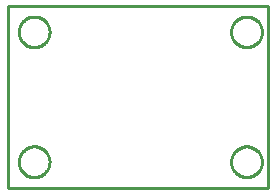
<source format=gbr>
G04 EAGLE Gerber RS-274X export*
G75*
%MOMM*%
%FSLAX34Y34*%
%LPD*%
%IN*%
%IPPOS*%
%AMOC8*
5,1,8,0,0,1.08239X$1,22.5*%
G01*
%ADD10C,0.254000*%


D10*
X0Y0D02*
X219964Y0D01*
X219964Y153924D01*
X0Y153924D01*
X0Y0D01*
X35098Y131616D02*
X35032Y130689D01*
X34900Y129770D01*
X34702Y128863D01*
X34441Y127972D01*
X34116Y127102D01*
X33730Y126257D01*
X33285Y125442D01*
X32783Y124661D01*
X32227Y123918D01*
X31619Y123216D01*
X30962Y122559D01*
X30260Y121951D01*
X29517Y121395D01*
X28736Y120893D01*
X27921Y120448D01*
X27076Y120062D01*
X26206Y119737D01*
X25315Y119476D01*
X24408Y119278D01*
X23489Y119146D01*
X22562Y119080D01*
X21634Y119080D01*
X20707Y119146D01*
X19788Y119278D01*
X18881Y119476D01*
X17990Y119737D01*
X17120Y120062D01*
X16275Y120448D01*
X15460Y120893D01*
X14679Y121395D01*
X13936Y121951D01*
X13234Y122559D01*
X12577Y123216D01*
X11969Y123918D01*
X11413Y124661D01*
X10911Y125442D01*
X10466Y126257D01*
X10080Y127102D01*
X9755Y127972D01*
X9494Y128863D01*
X9296Y129770D01*
X9164Y130689D01*
X9098Y131616D01*
X9098Y132544D01*
X9164Y133471D01*
X9296Y134390D01*
X9494Y135297D01*
X9755Y136188D01*
X10080Y137058D01*
X10466Y137903D01*
X10911Y138718D01*
X11413Y139499D01*
X11969Y140242D01*
X12577Y140944D01*
X13234Y141601D01*
X13936Y142209D01*
X14679Y142765D01*
X15460Y143267D01*
X16275Y143712D01*
X17120Y144098D01*
X17990Y144423D01*
X18881Y144684D01*
X19788Y144882D01*
X20707Y145014D01*
X21634Y145080D01*
X22562Y145080D01*
X23489Y145014D01*
X24408Y144882D01*
X25315Y144684D01*
X26206Y144423D01*
X27076Y144098D01*
X27921Y143712D01*
X28736Y143267D01*
X29517Y142765D01*
X30260Y142209D01*
X30962Y141601D01*
X31619Y140944D01*
X32227Y140242D01*
X32783Y139499D01*
X33285Y138718D01*
X33730Y137903D01*
X34116Y137058D01*
X34441Y136188D01*
X34702Y135297D01*
X34900Y134390D01*
X35032Y133471D01*
X35098Y132544D01*
X35098Y131616D01*
X35098Y21634D02*
X35032Y20707D01*
X34900Y19788D01*
X34702Y18881D01*
X34441Y17990D01*
X34116Y17120D01*
X33730Y16275D01*
X33285Y15460D01*
X32783Y14679D01*
X32227Y13936D01*
X31619Y13234D01*
X30962Y12577D01*
X30260Y11969D01*
X29517Y11413D01*
X28736Y10911D01*
X27921Y10466D01*
X27076Y10080D01*
X26206Y9755D01*
X25315Y9494D01*
X24408Y9296D01*
X23489Y9164D01*
X22562Y9098D01*
X21634Y9098D01*
X20707Y9164D01*
X19788Y9296D01*
X18881Y9494D01*
X17990Y9755D01*
X17120Y10080D01*
X16275Y10466D01*
X15460Y10911D01*
X14679Y11413D01*
X13936Y11969D01*
X13234Y12577D01*
X12577Y13234D01*
X11969Y13936D01*
X11413Y14679D01*
X10911Y15460D01*
X10466Y16275D01*
X10080Y17120D01*
X9755Y17990D01*
X9494Y18881D01*
X9296Y19788D01*
X9164Y20707D01*
X9098Y21634D01*
X9098Y22562D01*
X9164Y23489D01*
X9296Y24408D01*
X9494Y25315D01*
X9755Y26206D01*
X10080Y27076D01*
X10466Y27921D01*
X10911Y28736D01*
X11413Y29517D01*
X11969Y30260D01*
X12577Y30962D01*
X13234Y31619D01*
X13936Y32227D01*
X14679Y32783D01*
X15460Y33285D01*
X16275Y33730D01*
X17120Y34116D01*
X17990Y34441D01*
X18881Y34702D01*
X19788Y34900D01*
X20707Y35032D01*
X21634Y35098D01*
X22562Y35098D01*
X23489Y35032D01*
X24408Y34900D01*
X25315Y34702D01*
X26206Y34441D01*
X27076Y34116D01*
X27921Y33730D01*
X28736Y33285D01*
X29517Y32783D01*
X30260Y32227D01*
X30962Y31619D01*
X31619Y30962D01*
X32227Y30260D01*
X32783Y29517D01*
X33285Y28736D01*
X33730Y27921D01*
X34116Y27076D01*
X34441Y26206D01*
X34702Y25315D01*
X34900Y24408D01*
X35032Y23489D01*
X35098Y22562D01*
X35098Y21634D01*
X214930Y21634D02*
X214864Y20707D01*
X214732Y19788D01*
X214534Y18881D01*
X214273Y17990D01*
X213948Y17120D01*
X213562Y16275D01*
X213117Y15460D01*
X212615Y14679D01*
X212059Y13936D01*
X211451Y13234D01*
X210794Y12577D01*
X210092Y11969D01*
X209349Y11413D01*
X208568Y10911D01*
X207753Y10466D01*
X206908Y10080D01*
X206038Y9755D01*
X205147Y9494D01*
X204240Y9296D01*
X203321Y9164D01*
X202394Y9098D01*
X201466Y9098D01*
X200539Y9164D01*
X199620Y9296D01*
X198713Y9494D01*
X197822Y9755D01*
X196952Y10080D01*
X196107Y10466D01*
X195292Y10911D01*
X194511Y11413D01*
X193768Y11969D01*
X193066Y12577D01*
X192409Y13234D01*
X191801Y13936D01*
X191245Y14679D01*
X190743Y15460D01*
X190298Y16275D01*
X189912Y17120D01*
X189587Y17990D01*
X189326Y18881D01*
X189128Y19788D01*
X188996Y20707D01*
X188930Y21634D01*
X188930Y22562D01*
X188996Y23489D01*
X189128Y24408D01*
X189326Y25315D01*
X189587Y26206D01*
X189912Y27076D01*
X190298Y27921D01*
X190743Y28736D01*
X191245Y29517D01*
X191801Y30260D01*
X192409Y30962D01*
X193066Y31619D01*
X193768Y32227D01*
X194511Y32783D01*
X195292Y33285D01*
X196107Y33730D01*
X196952Y34116D01*
X197822Y34441D01*
X198713Y34702D01*
X199620Y34900D01*
X200539Y35032D01*
X201466Y35098D01*
X202394Y35098D01*
X203321Y35032D01*
X204240Y34900D01*
X205147Y34702D01*
X206038Y34441D01*
X206908Y34116D01*
X207753Y33730D01*
X208568Y33285D01*
X209349Y32783D01*
X210092Y32227D01*
X210794Y31619D01*
X211451Y30962D01*
X212059Y30260D01*
X212615Y29517D01*
X213117Y28736D01*
X213562Y27921D01*
X213948Y27076D01*
X214273Y26206D01*
X214534Y25315D01*
X214732Y24408D01*
X214864Y23489D01*
X214930Y22562D01*
X214930Y21634D01*
X214930Y131616D02*
X214864Y130689D01*
X214732Y129770D01*
X214534Y128863D01*
X214273Y127972D01*
X213948Y127102D01*
X213562Y126257D01*
X213117Y125442D01*
X212615Y124661D01*
X212059Y123918D01*
X211451Y123216D01*
X210794Y122559D01*
X210092Y121951D01*
X209349Y121395D01*
X208568Y120893D01*
X207753Y120448D01*
X206908Y120062D01*
X206038Y119737D01*
X205147Y119476D01*
X204240Y119278D01*
X203321Y119146D01*
X202394Y119080D01*
X201466Y119080D01*
X200539Y119146D01*
X199620Y119278D01*
X198713Y119476D01*
X197822Y119737D01*
X196952Y120062D01*
X196107Y120448D01*
X195292Y120893D01*
X194511Y121395D01*
X193768Y121951D01*
X193066Y122559D01*
X192409Y123216D01*
X191801Y123918D01*
X191245Y124661D01*
X190743Y125442D01*
X190298Y126257D01*
X189912Y127102D01*
X189587Y127972D01*
X189326Y128863D01*
X189128Y129770D01*
X188996Y130689D01*
X188930Y131616D01*
X188930Y132544D01*
X188996Y133471D01*
X189128Y134390D01*
X189326Y135297D01*
X189587Y136188D01*
X189912Y137058D01*
X190298Y137903D01*
X190743Y138718D01*
X191245Y139499D01*
X191801Y140242D01*
X192409Y140944D01*
X193066Y141601D01*
X193768Y142209D01*
X194511Y142765D01*
X195292Y143267D01*
X196107Y143712D01*
X196952Y144098D01*
X197822Y144423D01*
X198713Y144684D01*
X199620Y144882D01*
X200539Y145014D01*
X201466Y145080D01*
X202394Y145080D01*
X203321Y145014D01*
X204240Y144882D01*
X205147Y144684D01*
X206038Y144423D01*
X206908Y144098D01*
X207753Y143712D01*
X208568Y143267D01*
X209349Y142765D01*
X210092Y142209D01*
X210794Y141601D01*
X211451Y140944D01*
X212059Y140242D01*
X212615Y139499D01*
X213117Y138718D01*
X213562Y137903D01*
X213948Y137058D01*
X214273Y136188D01*
X214534Y135297D01*
X214732Y134390D01*
X214864Y133471D01*
X214930Y132544D01*
X214930Y131616D01*
M02*

</source>
